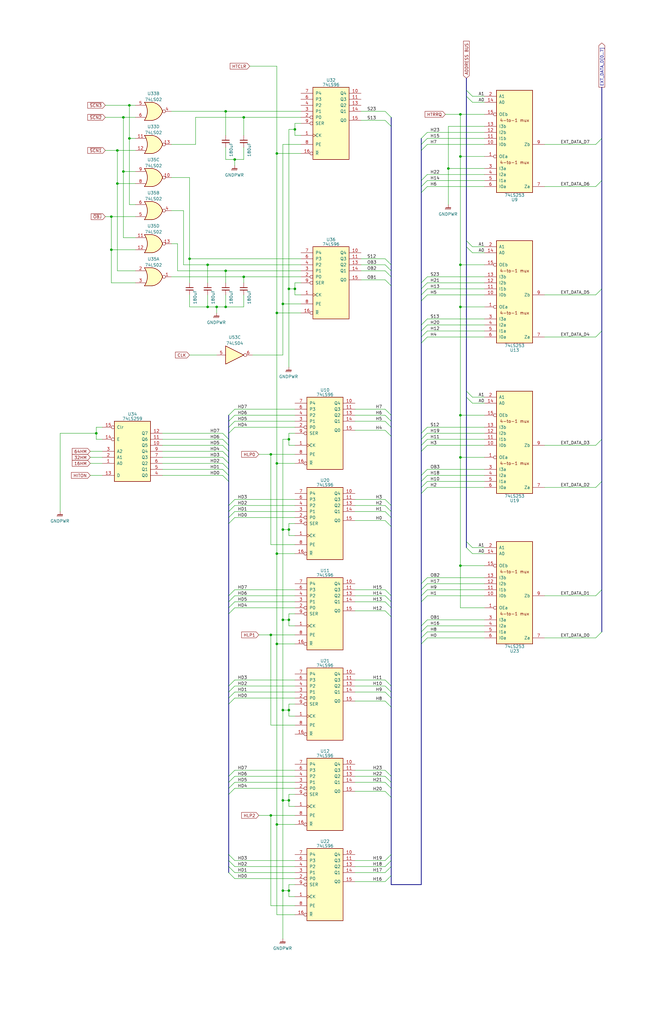
<source format=kicad_sch>
(kicad_sch (version 20230121) (generator eeschema)
  (paper "B" portrait)
  (title_block (title "TAITO SYSTEM SJ") (company "ANTON GALE") (comment 4 "Hit Bus"))
  (lib_symbols
    (symbol "Device:C_Small" (pin_numbers hide) (pin_names (offset 0.254) hide)
      (property "Reference" "C" (at 0.254 1.778 0))
      (property "Value" "C_Small" (at 0.254 -2.032 0))
      (symbol "C_Small_1_1"
        (pin passive line (at 0 2.54 270) (length 2.032) (name "~") (number "1"))
        (pin passive line (at 0 -2.54 90) (length 2.032) (name "~") (number "2"))
      )
    )
    (symbol "ag74xx:74LS96" (pin_names (offset 1.016))
      (property "Reference" "U110" (at 1.9559 18.2499 0))
      (property "Value" "74LS96" (at 1.9559 16.3289 0))
      (symbol "74LS96_1_0"
        (pin input clock (at -12.7 -5.08 0) (length 5.08) (name "CK") (number "1"))
        (pin output line (at 12.7 12.7 180) (length 5.08) (name "Q4") (number "10"))
        (pin output line (at 12.7 10.16 180) (length 5.08) (name "Q3") (number "11"))
        (pin power_in line (at 0 -20.32 90) (length 5.08) hide (name "GND") (number "12"))
        (pin output line (at 12.7 7.62 180) (length 5.08) (name "Q2") (number "13"))
        (pin output line (at 12.7 5.08 180) (length 5.08) (name "Q1") (number "14"))
        (pin output line (at 12.7 1.27 180) (length 5.08) (name "Q0") (number "15"))
        (pin input inverted (at -12.7 -12.7 0) (length 5.08) (name "~{R}") (number "16"))
        (pin input inverted (at -12.7 2.54 0) (length 5.08) (name "P0") (number "2"))
        (pin input line (at -12.7 5.08 0) (length 5.08) (name "P1") (number "3"))
        (pin input line (at -12.7 7.62 0) (length 5.08) (name "P2") (number "4"))
        (pin power_in line (at 0 20.32 270) (length 5.08) hide (name "VCC") (number "5"))
        (pin input line (at -12.7 10.16 0) (length 5.08) (name "P3") (number "6"))
        (pin input line (at -12.7 12.7 0) (length 5.08) (name "P4") (number "7"))
        (pin input line (at -12.7 -8.89 0) (length 5.08) (name "PE") (number "8"))
        (pin input inverted (at -12.7 0 0) (length 5.08) (name "SER") (number "9"))
      )
    )
    (symbol "jt74:74LS02" (pin_names (offset 1.016))
      (property "Reference" "U" (at 0 1.27 0))
      (property "Value" "74LS02" (at 0 -1.27 0))
      (symbol "74LS02_1_1"
        (pin output inverted (at 7.62 0 180) (length 3.81) (name "~") (number "1"))
        (pin input line (at -7.62 2.54 0) (length 4.318) (name "~") (number "2"))
        (pin input line (at -7.62 -2.54 0) (length 4.318) (name "~") (number "3"))
      )
      (symbol "74LS02_1_2"
        (pin output line (at 7.62 0 180) (length 3.81) (name "~") (number "1"))
        (pin input inverted (at -7.62 2.54 0) (length 3.81) (name "~") (number "2"))
        (pin input inverted (at -7.62 -2.54 0) (length 3.81) (name "~") (number "3"))
      )
      (symbol "74LS02_2_1"
        (pin output inverted (at 7.62 0 180) (length 3.81) (name "~") (number "4"))
        (pin input line (at -7.62 2.54 0) (length 4.318) (name "~") (number "5"))
        (pin input line (at -7.62 -2.54 0) (length 4.318) (name "~") (number "6"))
      )
      (symbol "74LS02_2_2"
        (pin output line (at 7.62 0 180) (length 3.81) (name "~") (number "4"))
        (pin input inverted (at -7.62 2.54 0) (length 3.81) (name "~") (number "5"))
        (pin input inverted (at -7.62 -2.54 0) (length 3.81) (name "~") (number "6"))
      )
      (symbol "74LS02_3_1"
        (pin output inverted (at 7.62 0 180) (length 3.81) (name "~") (number "10"))
        (pin input line (at -7.62 2.54 0) (length 4.318) (name "~") (number "8"))
        (pin input line (at -7.62 -2.54 0) (length 4.318) (name "~") (number "9"))
      )
      (symbol "74LS02_3_2"
        (pin output line (at 7.62 0 180) (length 3.81) (name "~") (number "10"))
        (pin input inverted (at -7.62 2.54 0) (length 3.81) (name "~") (number "8"))
        (pin input inverted (at -7.62 -2.54 0) (length 3.81) (name "~") (number "9"))
      )
      (symbol "74LS02_4_1"
        (pin input line (at -7.62 2.54 0) (length 4.318) (name "~") (number "11"))
        (pin input line (at -7.62 -2.54 0) (length 4.318) (name "~") (number "12"))
        (pin output inverted (at 7.62 0 180) (length 3.81) (name "~") (number "13"))
      )
      (symbol "74LS02_4_2"
        (pin input inverted (at -7.62 2.54 0) (length 3.81) (name "~") (number "11"))
        (pin input inverted (at -7.62 -2.54 0) (length 3.81) (name "~") (number "12"))
        (pin output line (at 7.62 0 180) (length 3.81) (name "~") (number "13"))
      )
      (symbol "74LS02_5_0"
        (pin power_in line (at 0 7.62 270) (length 5.08) hide (name "VCC") (number "14"))
        (pin power_in line (at 0 -7.62 90) (length 5.08) hide (name "VSS") (number "7"))
      )
    )
    (symbol "jt74:74LS04" (pin_names (offset 1.016))
      (property "Reference" "U" (at 0 1.27 0))
      (property "Value" "74LS04" (at 0 -1.27 0))
      (symbol "74LS04_1_0"
        (pin input line (at -7.62 0 0) (length 3.81) (name "~") (number "1"))
        (pin output inverted (at 7.62 0 180) (length 3.81) (name "~") (number "2"))
      )
      (symbol "74LS04_2_0"
        (pin input line (at -7.62 0 0) (length 3.81) (name "~") (number "3"))
        (pin output inverted (at 7.62 0 180) (length 3.81) (name "~") (number "4"))
      )
      (symbol "74LS04_3_0"
        (pin input line (at -7.62 0 0) (length 3.81) (name "~") (number "5"))
        (pin output inverted (at 7.62 0 180) (length 3.81) (name "~") (number "6"))
      )
      (symbol "74LS04_4_0"
        (pin output inverted (at 7.62 0 180) (length 3.81) (name "~") (number "8"))
        (pin input line (at -7.62 0 0) (length 3.81) (name "~") (number "9"))
      )
      (symbol "74LS04_5_0"
        (pin output inverted (at 7.62 0 180) (length 3.81) (name "~") (number "10"))
        (pin input line (at -7.62 0 0) (length 3.81) (name "~") (number "11"))
      )
      (symbol "74LS04_6_0"
        (pin output inverted (at 7.62 0 180) (length 3.81) (name "~") (number "12"))
        (pin input line (at -7.62 0 0) (length 3.81) (name "~") (number "13"))
      )
      (symbol "74LS04_7_0"
        (pin power_in line (at 0 7.62 270) (length 5.08) hide (name "VCC") (number "14"))
        (pin power_in line (at 0 -7.62 90) (length 5.08) hide (name "VSS") (number "7"))
      )
    )
    (symbol "jt74:74LS253" (pin_names (offset 1.016))
      (property "Reference" "U" (at -7.62 21.59 0))
      (property "Value" "74LS253" (at -7.62 -24.13 0))
      (symbol "74LS253_0_0"
        (text "4-to-1 mux" (at 0 -10.16 0) (effects (font (size 1.27 1.27))))
        (text "4-to-1 mux" (at 0 7.62 0) (effects (font (size 1.27 1.27))))
      )
      (symbol "74LS253_1_0"
        (pin input inverted (at -12.7 5.08 0) (length 5.08) (name "OEa") (number "1"))
        (pin input line (at -12.7 0 0) (length 5.08) (name "I0b") (number "10"))
        (pin input line (at -12.7 -2.54 0) (length 5.08) (name "I1b") (number "11"))
        (pin input line (at -12.7 -5.08 0) (length 5.08) (name "I2b") (number "12"))
        (pin input line (at -12.7 -7.62 0) (length 5.08) (name "I3b") (number "13"))
        (pin input line (at -12.7 -17.78 0) (length 5.08) (name "A0") (number "14"))
        (pin input inverted (at -12.7 -12.7 0) (length 5.08) (name "OEb") (number "15"))
        (pin power_in line (at 0 20.32 270) (length 5.08) hide (name "VCC") (number "16"))
        (pin input line (at -12.7 -20.32 0) (length 5.08) (name "A1") (number "2"))
        (pin input line (at -12.7 10.16 0) (length 5.08) (name "I3a") (number "3"))
        (pin input line (at -12.7 12.7 0) (length 5.08) (name "I2a") (number "4"))
        (pin input line (at -12.7 15.24 0) (length 5.08) (name "I1a") (number "5"))
        (pin input line (at -12.7 17.78 0) (length 5.08) (name "I0a") (number "6"))
        (pin tri_state line (at 12.7 17.78 180) (length 5.08) (name "Za") (number "7"))
        (pin power_in line (at 0 -22.86 90) (length 5.08) hide (name "VSS") (number "8"))
        (pin tri_state line (at 12.7 0 180) (length 5.08) (name "Zb") (number "9"))
      )
    )
    (symbol "jt74:74LS259" (pin_names (offset 1.016))
      (property "Reference" "U" (at -7.62 13.97 0))
      (property "Value" "74LS259" (at -7.62 -13.97 0))
      (symbol "74LS259_1_0"
        (pin input line (at -12.7 5.08 0) (length 5.08) (name "A0") (number "1"))
        (pin output line (at 12.7 -2.54 180) (length 5.08) (name "Q5") (number "10"))
        (pin output line (at 12.7 -5.08 180) (length 5.08) (name "Q6") (number "11"))
        (pin output line (at 12.7 -7.62 180) (length 5.08) (name "Q7") (number "12"))
        (pin input line (at -12.7 10.16 0) (length 5.08) (name "D") (number "13"))
        (pin input inverted (at -12.7 -5.08 0) (length 5.08) (name "E") (number "14"))
        (pin input inverted (at -12.7 -10.16 0) (length 5.08) (name "Clr") (number "15"))
        (pin power_in line (at 0 12.7 270) (length 5.08) hide (name "VCC") (number "16"))
        (pin input line (at -12.7 2.54 0) (length 5.08) (name "A1") (number "2"))
        (pin input line (at -12.7 0 0) (length 5.08) (name "A2") (number "3"))
        (pin output line (at 12.7 10.16 180) (length 5.08) (name "Q0") (number "4"))
        (pin output line (at 12.7 7.62 180) (length 5.08) (name "Q1") (number "5"))
        (pin output line (at 12.7 5.08 180) (length 5.08) (name "Q2") (number "6"))
        (pin output line (at 12.7 2.54 180) (length 5.08) (name "Q3") (number "7"))
        (pin power_in line (at 0 -12.7 90) (length 5.08) hide (name "VSS") (number "8"))
        (pin output line (at 12.7 0 180) (length 5.08) (name "Q4") (number "9"))
      )
    )
    (symbol "power:GNDPWR" (power) (pin_names (offset 0))
      (property "Value" "GNDPWR" (at 0 -3.302 0))
      (symbol "GNDPWR_1_1"
        (pin power_in line (at 0 0 270) (length 0) hide (name "GNDPWR") (number "1"))
      )
    )
  )
  (junction (at 194.31 193.04))
  (junction (at 194.31 175.26))
  (junction (at 194.31 48.26))
  (junction (at 116.84 347.98))
  (junction (at 121.92 299.72))
  (junction (at 124.46 121.92))
  (junction (at 52.07 72.39))
  (junction (at 99.06 67.31))
  (junction (at 116.84 132.08))
  (junction (at 114.3 267.97))
  (junction (at 121.92 121.92))
  (junction (at 194.31 129.54))
  (junction (at 87.63 129.54))
  (junction (at 116.84 271.78))
  (junction (at 54.61 44.45))
  (junction (at 194.31 66.04))
  (junction (at 102.87 116.84))
  (junction (at 121.92 223.52))
  (junction (at 121.92 261.62))
  (junction (at 95.25 114.3))
  (junction (at 49.53 77.47))
  (junction (at 121.92 185.42))
  (junction (at 95.25 129.54))
  (junction (at 95.25 46.99))
  (junction (at 54.61 58.42))
  (junction (at 80.01 109.22))
  (junction (at 49.53 63.5))
  (junction (at 114.3 191.77))
  (junction (at 119.38 375.92))
  (junction (at 116.84 195.58))
  (junction (at 121.92 337.82))
  (junction (at 116.84 233.68))
  (junction (at 91.44 129.54))
  (junction (at 119.38 261.62))
  (junction (at 116.84 64.77))
  (junction (at 102.87 49.53))
  (junction (at 121.92 375.92))
  (junction (at 194.31 111.76))
  (junction (at 119.38 299.72))
  (junction (at 119.38 337.82))
  (junction (at 40.64 182.88))
  (junction (at 46.99 105.41))
  (junction (at 119.38 223.52))
  (junction (at 194.31 238.76))
  (junction (at 119.38 128.27))
  (junction (at 124.46 54.61))
  (junction (at 87.63 111.76))
  (junction (at 114.3 344.17))
  (junction (at 52.07 49.53))
  (junction (at 189.23 71.12))
  (junction (at 46.99 91.44))
  (bus_entry (at 162.56 177.8) (size 2.54 2.54))
  (bus_entry (at 180.34 142.24) (size -2.54 2.54))
  (bus_entry (at 99.06 363.22) (size -2.54 -2.54))
  (bus_entry (at 93.98 182.88) (size 2.54 2.54))
  (bus_entry (at 251.46 269.24) (size 2.54 -2.54))
  (bus_entry (at 180.34 182.88) (size -2.54 2.54))
  (bus_entry (at 99.06 256.54) (size -2.54 2.54))
  (bus_entry (at 99.06 177.8) (size -2.54 2.54))
  (bus_entry (at 180.34 264.16) (size -2.54 2.54))
  (bus_entry (at 180.34 124.46) (size -2.54 2.54))
  (bus_entry (at 99.06 213.36) (size -2.54 2.54))
  (bus_entry (at 180.34 55.88) (size -2.54 2.54))
  (bus_entry (at 251.46 187.96) (size 2.54 -2.54))
  (bus_entry (at 180.34 203.2) (size -2.54 2.54))
  (bus_entry (at 180.34 116.84) (size -2.54 2.54))
  (bus_entry (at 99.06 248.92) (size -2.54 2.54))
  (bus_entry (at 196.85 231.14) (size 2.54 2.54))
  (bus_entry (at 162.56 172.72) (size 2.54 2.54))
  (bus_entry (at 251.46 251.46) (size 2.54 -2.54))
  (bus_entry (at 99.06 287.02) (size -2.54 2.54))
  (bus_entry (at 180.34 269.24) (size -2.54 2.54))
  (bus_entry (at 162.56 289.56) (size 2.54 2.54))
  (bus_entry (at 99.06 289.56) (size -2.54 2.54))
  (bus_entry (at 251.46 78.74) (size 2.54 -2.54))
  (bus_entry (at 196.85 104.14) (size 2.54 2.54))
  (bus_entry (at 196.85 167.64) (size 2.54 2.54))
  (bus_entry (at 99.06 368.3) (size -2.54 -2.54))
  (bus_entry (at 180.34 134.62) (size -2.54 2.54))
  (bus_entry (at 180.34 185.42) (size -2.54 2.54))
  (bus_entry (at 196.85 228.6) (size 2.54 2.54))
  (bus_entry (at 93.98 198.12) (size 2.54 2.54))
  (bus_entry (at 162.56 254) (size 2.54 2.54))
  (bus_entry (at 162.56 46.99) (size 2.54 2.54))
  (bus_entry (at 162.56 50.8) (size 2.54 2.54))
  (bus_entry (at 162.56 109.22) (size 2.54 2.54))
  (bus_entry (at 162.56 111.76) (size 2.54 2.54))
  (bus_entry (at 162.56 114.3) (size 2.54 2.54))
  (bus_entry (at 162.56 118.11) (size 2.54 2.54))
  (bus_entry (at 93.98 193.04) (size 2.54 2.54))
  (bus_entry (at 180.34 119.38) (size -2.54 2.54))
  (bus_entry (at 180.34 205.74) (size -2.54 2.54))
  (bus_entry (at 196.85 40.64) (size 2.54 2.54))
  (bus_entry (at 162.56 181.61) (size 2.54 2.54))
  (bus_entry (at 251.46 124.46) (size 2.54 -2.54))
  (bus_entry (at 180.34 187.96) (size -2.54 2.54))
  (bus_entry (at 251.46 205.74) (size 2.54 -2.54))
  (bus_entry (at 99.06 175.26) (size -2.54 2.54))
  (bus_entry (at 162.56 365.76) (size 2.54 -2.54))
  (bus_entry (at 162.56 330.2) (size 2.54 2.54))
  (bus_entry (at 196.85 101.6) (size 2.54 2.54))
  (bus_entry (at 99.06 180.34) (size -2.54 2.54))
  (bus_entry (at 93.98 187.96) (size 2.54 2.54))
  (bus_entry (at 93.98 200.66) (size 2.54 2.54))
  (bus_entry (at 162.56 251.46) (size 2.54 2.54))
  (bus_entry (at 162.56 215.9) (size 2.54 2.54))
  (bus_entry (at 99.06 330.2) (size -2.54 2.54))
  (bus_entry (at 180.34 76.2) (size -2.54 2.54))
  (bus_entry (at 180.34 58.42) (size -2.54 2.54))
  (bus_entry (at 180.34 139.7) (size -2.54 2.54))
  (bus_entry (at 162.56 327.66) (size 2.54 2.54))
  (bus_entry (at 99.06 254) (size -2.54 2.54))
  (bus_entry (at 162.56 257.81) (size 2.54 2.54))
  (bus_entry (at 162.56 287.02) (size 2.54 2.54))
  (bus_entry (at 180.34 180.34) (size -2.54 2.54))
  (bus_entry (at 180.34 73.66) (size -2.54 2.54))
  (bus_entry (at 180.34 78.74) (size -2.54 2.54))
  (bus_entry (at 251.46 60.96) (size 2.54 -2.54))
  (bus_entry (at 180.34 137.16) (size -2.54 2.54))
  (bus_entry (at 180.34 251.46) (size -2.54 2.54))
  (bus_entry (at 180.34 248.92) (size -2.54 2.54))
  (bus_entry (at 99.06 210.82) (size -2.54 2.54))
  (bus_entry (at 180.34 243.84) (size -2.54 2.54))
  (bus_entry (at 162.56 372.11) (size 2.54 -2.54))
  (bus_entry (at 93.98 190.5) (size 2.54 2.54))
  (bus_entry (at 162.56 368.3) (size 2.54 -2.54))
  (bus_entry (at 162.56 325.12) (size 2.54 2.54))
  (bus_entry (at 93.98 185.42) (size 2.54 2.54))
  (bus_entry (at 196.85 38.1) (size 2.54 2.54))
  (bus_entry (at 99.06 294.64) (size -2.54 2.54))
  (bus_entry (at 99.06 251.46) (size -2.54 2.54))
  (bus_entry (at 162.56 363.22) (size 2.54 -2.54))
  (bus_entry (at 180.34 200.66) (size -2.54 2.54))
  (bus_entry (at 180.34 246.38) (size -2.54 2.54))
  (bus_entry (at 93.98 195.58) (size 2.54 2.54))
  (bus_entry (at 180.34 198.12) (size -2.54 2.54))
  (bus_entry (at 196.85 165.1) (size 2.54 2.54))
  (bus_entry (at 99.06 365.76) (size -2.54 -2.54))
  (bus_entry (at 162.56 248.92) (size 2.54 2.54))
  (bus_entry (at 180.34 261.62) (size -2.54 2.54))
  (bus_entry (at 180.34 266.7) (size -2.54 2.54))
  (bus_entry (at 180.34 121.92) (size -2.54 2.54))
  (bus_entry (at 99.06 215.9) (size -2.54 2.54))
  (bus_entry (at 162.56 295.91) (size 2.54 2.54))
  (bus_entry (at 99.06 325.12) (size -2.54 2.54))
  (bus_entry (at 99.06 218.44) (size -2.54 2.54))
  (bus_entry (at 162.56 210.82) (size 2.54 2.54))
  (bus_entry (at 162.56 219.71) (size 2.54 2.54))
  (bus_entry (at 251.46 142.24) (size 2.54 -2.54))
  (bus_entry (at 99.06 292.1) (size -2.54 2.54))
  (bus_entry (at 162.56 175.26) (size 2.54 2.54))
  (bus_entry (at 162.56 213.36) (size 2.54 2.54))
  (bus_entry (at 99.06 332.74) (size -2.54 2.54))
  (bus_entry (at 99.06 172.72) (size -2.54 2.54))
  (bus_entry (at 162.56 334.01) (size 2.54 2.54))
  (bus_entry (at 99.06 327.66) (size -2.54 2.54))
  (bus_entry (at 180.34 60.96) (size -2.54 2.54))
  (bus_entry (at 99.06 370.84) (size -2.54 -2.54))
  (bus_entry (at 162.56 292.1) (size 2.54 2.54))
  (bus (pts (xy 254 139.7) (xy 254 185.42)))
  (wire (pts (xy 229.87 78.74) (xy 251.46 78.74)))
  (wire (pts (xy 44.45 91.44) (xy 46.99 91.44)))
  (bus (pts (xy 165.1 180.34) (xy 165.1 184.15)))
  (wire (pts (xy 119.38 128.27) (xy 119.38 149.86)))
  (bus (pts (xy 196.85 33.02) (xy 196.85 38.1)))
  (wire (pts (xy 199.39 231.14) (xy 204.47 231.14)))
  (wire (pts (xy 162.56 210.82) (xy 149.86 210.82)))
  (wire (pts (xy 99.06 218.44) (xy 124.46 218.44)))
  (wire (pts (xy 162.56 251.46) (xy 149.86 251.46)))
  (wire (pts (xy 93.98 187.96) (xy 68.58 187.96)))
  (wire (pts (xy 199.39 106.68) (xy 204.47 106.68)))
  (bus (pts (xy 96.52 332.74) (xy 96.52 335.28)))
  (wire (pts (xy 194.31 111.76) (xy 204.47 111.76)))
  (bus (pts (xy 177.8 60.96) (xy 177.8 63.5)))
  (wire (pts (xy 116.84 271.78) (xy 124.46 271.78)))
  (bus (pts (xy 177.8 248.92) (xy 177.8 251.46)))
  (bus (pts (xy 165.1 373.38) (xy 177.8 373.38)))
  (bus (pts (xy 177.8 63.5) (xy 177.8 76.2)))
  (wire (pts (xy 121.92 340.36) (xy 124.46 340.36)))
  (wire (pts (xy 121.92 264.16) (xy 124.46 264.16)))
  (wire (pts (xy 162.56 254) (xy 149.86 254)))
  (bus (pts (xy 177.8 182.88) (xy 177.8 185.42)))
  (wire (pts (xy 121.92 220.98) (xy 121.92 223.52)))
  (bus (pts (xy 177.8 121.92) (xy 177.8 124.46)))
  (wire (pts (xy 180.34 60.96) (xy 204.47 60.96)))
  (wire (pts (xy 162.56 175.26) (xy 149.86 175.26)))
  (bus (pts (xy 165.1 365.76) (xy 165.1 369.57)))
  (wire (pts (xy 116.84 233.68) (xy 116.84 271.78)))
  (wire (pts (xy 229.87 142.24) (xy 251.46 142.24)))
  (wire (pts (xy 109.22 267.97) (xy 114.3 267.97)))
  (wire (pts (xy 25.4 182.88) (xy 25.4 215.9)))
  (wire (pts (xy 162.56 257.81) (xy 149.86 257.81)))
  (wire (pts (xy 38.1 200.66) (xy 43.18 200.66)))
  (wire (pts (xy 162.56 368.3) (xy 149.86 368.3)))
  (bus (pts (xy 165.1 327.66) (xy 165.1 330.2)))
  (wire (pts (xy 180.34 137.16) (xy 204.47 137.16)))
  (wire (pts (xy 72.39 88.9) (xy 77.47 88.9)))
  (wire (pts (xy 116.84 195.58) (xy 124.46 195.58)))
  (wire (pts (xy 180.34 180.34) (xy 204.47 180.34)))
  (bus (pts (xy 96.52 327.66) (xy 96.52 330.2)))
  (wire (pts (xy 121.92 121.92) (xy 121.92 154.94)))
  (wire (pts (xy 54.61 44.45) (xy 57.15 44.45)))
  (bus (pts (xy 177.8 269.24) (xy 177.8 271.78)))
  (bus (pts (xy 165.1 49.53) (xy 165.1 53.34)))
  (wire (pts (xy 124.46 182.88) (xy 121.92 182.88)))
  (wire (pts (xy 99.06 67.31) (xy 99.06 69.85)))
  (bus (pts (xy 96.52 292.1) (xy 96.52 294.64)))
  (wire (pts (xy 119.38 337.82) (xy 121.92 337.82)))
  (bus (pts (xy 96.52 297.18) (xy 96.52 327.66)))
  (bus (pts (xy 165.1 177.8) (xy 165.1 180.34)))
  (bus (pts (xy 165.1 213.36) (xy 165.1 215.9)))
  (wire (pts (xy 121.92 121.92) (xy 124.46 121.92)))
  (wire (pts (xy 162.56 327.66) (xy 149.86 327.66)))
  (wire (pts (xy 72.39 74.93) (xy 80.01 74.93)))
  (wire (pts (xy 116.84 64.77) (xy 116.84 132.08)))
  (bus (pts (xy 165.1 292.1) (xy 165.1 294.64)))
  (bus (pts (xy 96.52 213.36) (xy 96.52 215.9)))
  (bus (pts (xy 177.8 271.78) (xy 177.8 373.38)))
  (wire (pts (xy 77.47 88.9) (xy 77.47 111.76)))
  (bus (pts (xy 165.1 53.34) (xy 165.1 111.76)))
  (wire (pts (xy 189.23 71.12) (xy 204.47 71.12)))
  (wire (pts (xy 119.38 185.42) (xy 119.38 223.52)))
  (wire (pts (xy 124.46 54.61) (xy 124.46 57.15)))
  (wire (pts (xy 25.4 182.88) (xy 40.64 182.88)))
  (wire (pts (xy 229.87 205.74) (xy 251.46 205.74)))
  (bus (pts (xy 177.8 264.16) (xy 177.8 266.7)))
  (bus (pts (xy 196.85 38.1) (xy 196.85 40.64)))
  (wire (pts (xy 99.06 175.26) (xy 124.46 175.26)))
  (bus (pts (xy 177.8 78.74) (xy 177.8 81.28)))
  (wire (pts (xy 74.93 102.87) (xy 74.93 114.3)))
  (wire (pts (xy 194.31 175.26) (xy 204.47 175.26)))
  (bus (pts (xy 96.52 256.54) (xy 96.52 259.08)))
  (bus (pts (xy 165.1 363.22) (xy 165.1 360.68)))
  (bus (pts (xy 177.8 190.5) (xy 177.8 200.66)))
  (bus (pts (xy 196.85 104.14) (xy 196.85 165.1)))
  (bus (pts (xy 196.85 165.1) (xy 196.85 167.64)))
  (wire (pts (xy 87.63 111.76) (xy 87.63 119.38)))
  (wire (pts (xy 121.92 223.52) (xy 121.92 226.06)))
  (wire (pts (xy 180.34 269.24) (xy 204.47 269.24)))
  (bus (pts (xy 165.1 111.76) (xy 165.1 114.3)))
  (wire (pts (xy 99.06 294.64) (xy 124.46 294.64)))
  (wire (pts (xy 127 60.96) (xy 119.38 60.96)))
  (bus (pts (xy 177.8 246.38) (xy 177.8 248.92)))
  (bus (pts (xy 177.8 185.42) (xy 177.8 187.96)))
  (wire (pts (xy 102.87 116.84) (xy 127 116.84)))
  (wire (pts (xy 116.84 64.77) (xy 127 64.77)))
  (wire (pts (xy 114.3 382.27) (xy 124.46 382.27)))
  (wire (pts (xy 44.45 44.45) (xy 54.61 44.45)))
  (wire (pts (xy 99.06 370.84) (xy 124.46 370.84)))
  (wire (pts (xy 119.38 128.27) (xy 127 128.27)))
  (wire (pts (xy 99.06 215.9) (xy 124.46 215.9)))
  (wire (pts (xy 116.84 27.94) (xy 116.84 64.77)))
  (bus (pts (xy 165.1 294.64) (xy 165.1 298.45)))
  (bus (pts (xy 254 121.92) (xy 254 139.7)))
  (wire (pts (xy 99.06 172.72) (xy 124.46 172.72)))
  (wire (pts (xy 121.92 182.88) (xy 121.92 185.42)))
  (bus (pts (xy 177.8 200.66) (xy 177.8 203.2)))
  (wire (pts (xy 46.99 119.38) (xy 57.15 119.38)))
  (wire (pts (xy 152.4 118.11) (xy 162.56 118.11)))
  (wire (pts (xy 44.45 63.5) (xy 49.53 63.5)))
  (bus (pts (xy 196.85 101.6) (xy 196.85 104.14)))
  (wire (pts (xy 180.34 73.66) (xy 204.47 73.66)))
  (wire (pts (xy 194.31 66.04) (xy 194.31 111.76)))
  (wire (pts (xy 152.4 46.99) (xy 162.56 46.99)))
  (bus (pts (xy 177.8 203.2) (xy 177.8 205.74)))
  (wire (pts (xy 38.1 193.04) (xy 43.18 193.04)))
  (bus (pts (xy 177.8 139.7) (xy 177.8 142.24)))
  (wire (pts (xy 72.39 116.84) (xy 102.87 116.84)))
  (wire (pts (xy 93.98 182.88) (xy 68.58 182.88)))
  (wire (pts (xy 119.38 261.62) (xy 119.38 299.72)))
  (wire (pts (xy 119.38 375.92) (xy 121.92 375.92)))
  (bus (pts (xy 165.1 289.56) (xy 165.1 292.1)))
  (wire (pts (xy 95.25 46.99) (xy 127 46.99)))
  (wire (pts (xy 54.61 58.42) (xy 57.15 58.42)))
  (wire (pts (xy 119.38 223.52) (xy 119.38 261.62)))
  (wire (pts (xy 80.01 109.22) (xy 127 109.22)))
  (bus (pts (xy 196.85 228.6) (xy 196.85 231.14)))
  (bus (pts (xy 96.52 360.68) (xy 96.52 363.22)))
  (wire (pts (xy 116.84 271.78) (xy 116.84 347.98)))
  (bus (pts (xy 96.52 215.9) (xy 96.52 218.44)))
  (wire (pts (xy 49.53 63.5) (xy 49.53 77.47)))
  (wire (pts (xy 87.63 111.76) (xy 127 111.76)))
  (wire (pts (xy 109.22 344.17) (xy 114.3 344.17)))
  (wire (pts (xy 124.46 119.38) (xy 124.46 121.92)))
  (wire (pts (xy 99.06 330.2) (xy 124.46 330.2)))
  (bus (pts (xy 177.8 81.28) (xy 177.8 119.38)))
  (bus (pts (xy 177.8 127) (xy 177.8 137.16)))
  (wire (pts (xy 124.46 259.08) (xy 121.92 259.08)))
  (bus (pts (xy 196.85 167.64) (xy 196.85 228.6)))
  (wire (pts (xy 124.46 335.28) (xy 121.92 335.28)))
  (wire (pts (xy 49.53 63.5) (xy 57.15 63.5)))
  (wire (pts (xy 180.34 246.38) (xy 204.47 246.38)))
  (wire (pts (xy 99.06 248.92) (xy 124.46 248.92)))
  (wire (pts (xy 102.87 49.53) (xy 102.87 57.15)))
  (wire (pts (xy 229.87 60.96) (xy 251.46 60.96)))
  (wire (pts (xy 180.34 58.42) (xy 204.47 58.42)))
  (wire (pts (xy 99.06 365.76) (xy 124.46 365.76)))
  (wire (pts (xy 99.06 256.54) (xy 124.46 256.54)))
  (wire (pts (xy 116.84 347.98) (xy 116.84 386.08)))
  (wire (pts (xy 114.3 344.17) (xy 124.46 344.17)))
  (wire (pts (xy 114.3 191.77) (xy 124.46 191.77)))
  (bus (pts (xy 177.8 205.74) (xy 177.8 208.28)))
  (wire (pts (xy 54.61 86.36) (xy 57.15 86.36)))
  (wire (pts (xy 54.61 58.42) (xy 54.61 86.36)))
  (wire (pts (xy 121.92 373.38) (xy 121.92 375.92)))
  (wire (pts (xy 52.07 49.53) (xy 52.07 72.39)))
  (bus (pts (xy 177.8 58.42) (xy 177.8 60.96)))
  (wire (pts (xy 127 52.07) (xy 124.46 52.07)))
  (bus (pts (xy 165.1 251.46) (xy 165.1 254)))
  (wire (pts (xy 95.25 67.31) (xy 99.06 67.31)))
  (bus (pts (xy 96.52 180.34) (xy 96.52 182.88)))
  (wire (pts (xy 95.25 62.23) (xy 95.25 67.31)))
  (wire (pts (xy 121.92 259.08) (xy 121.92 261.62)))
  (wire (pts (xy 80.01 124.46) (xy 80.01 129.54)))
  (wire (pts (xy 105.41 27.94) (xy 116.84 27.94)))
  (wire (pts (xy 99.06 287.02) (xy 124.46 287.02)))
  (wire (pts (xy 93.98 195.58) (xy 68.58 195.58)))
  (wire (pts (xy 121.92 335.28) (xy 121.92 337.82)))
  (wire (pts (xy 162.56 172.72) (xy 149.86 172.72)))
  (wire (pts (xy 180.34 119.38) (xy 204.47 119.38)))
  (bus (pts (xy 165.1 222.25) (xy 165.1 251.46)))
  (wire (pts (xy 204.47 66.04) (xy 194.31 66.04)))
  (bus (pts (xy 96.52 259.08) (xy 96.52 289.56)))
  (wire (pts (xy 180.34 243.84) (xy 204.47 243.84)))
  (wire (pts (xy 180.34 76.2) (xy 204.47 76.2)))
  (bus (pts (xy 177.8 119.38) (xy 177.8 121.92)))
  (bus (pts (xy 96.52 335.28) (xy 96.52 360.68)))
  (wire (pts (xy 229.87 251.46) (xy 251.46 251.46)))
  (bus (pts (xy 96.52 254) (xy 96.52 256.54)))
  (wire (pts (xy 121.92 185.42) (xy 121.92 187.96)))
  (wire (pts (xy 40.64 182.88) (xy 40.64 185.42)))
  (bus (pts (xy 177.8 124.46) (xy 177.8 127)))
  (wire (pts (xy 229.87 269.24) (xy 251.46 269.24)))
  (bus (pts (xy 96.52 195.58) (xy 96.52 198.12)))
  (wire (pts (xy 91.44 129.54) (xy 95.25 129.54)))
  (bus (pts (xy 177.8 144.78) (xy 177.8 182.88)))
  (bus (pts (xy 254 58.42) (xy 254 76.2)))
  (bus (pts (xy 254 248.92) (xy 254 266.7)))
  (wire (pts (xy 99.06 177.8) (xy 124.46 177.8)))
  (wire (pts (xy 77.47 111.76) (xy 87.63 111.76)))
  (wire (pts (xy 102.87 62.23) (xy 102.87 67.31)))
  (wire (pts (xy 38.1 190.5) (xy 43.18 190.5)))
  (wire (pts (xy 121.92 378.46) (xy 124.46 378.46)))
  (bus (pts (xy 96.52 182.88) (xy 96.52 185.42)))
  (wire (pts (xy 99.06 327.66) (xy 124.46 327.66)))
  (bus (pts (xy 96.52 363.22) (xy 96.52 365.76)))
  (wire (pts (xy 194.31 129.54) (xy 194.31 175.26)))
  (wire (pts (xy 49.53 77.47) (xy 57.15 77.47)))
  (wire (pts (xy 114.3 229.87) (xy 114.3 191.77)))
  (bus (pts (xy 165.1 114.3) (xy 165.1 116.84)))
  (wire (pts (xy 93.98 193.04) (xy 68.58 193.04)))
  (wire (pts (xy 204.47 256.54) (xy 194.31 256.54)))
  (wire (pts (xy 194.31 238.76) (xy 204.47 238.76)))
  (wire (pts (xy 40.64 180.34) (xy 40.64 182.88)))
  (wire (pts (xy 114.3 267.97) (xy 124.46 267.97)))
  (wire (pts (xy 119.38 337.82) (xy 119.38 375.92)))
  (wire (pts (xy 93.98 200.66) (xy 68.58 200.66)))
  (bus (pts (xy 96.52 294.64) (xy 96.52 297.18)))
  (wire (pts (xy 119.38 299.72) (xy 121.92 299.72)))
  (wire (pts (xy 46.99 105.41) (xy 57.15 105.41)))
  (wire (pts (xy 189.23 71.12) (xy 189.23 86.36)))
  (wire (pts (xy 99.06 332.74) (xy 124.46 332.74)))
  (wire (pts (xy 199.39 43.18) (xy 204.47 43.18)))
  (wire (pts (xy 82.55 60.96) (xy 72.39 60.96)))
  (wire (pts (xy 93.98 198.12) (xy 68.58 198.12)))
  (wire (pts (xy 180.34 261.62) (xy 204.47 261.62)))
  (wire (pts (xy 162.56 287.02) (xy 149.86 287.02)))
  (wire (pts (xy 180.34 200.66) (xy 204.47 200.66)))
  (bus (pts (xy 165.1 332.74) (xy 165.1 336.55)))
  (wire (pts (xy 162.56 365.76) (xy 149.86 365.76)))
  (bus (pts (xy 254 185.42) (xy 254 203.2)))
  (bus (pts (xy 96.52 330.2) (xy 96.52 332.74)))
  (wire (pts (xy 124.46 297.18) (xy 121.92 297.18)))
  (wire (pts (xy 127 132.08) (xy 116.84 132.08)))
  (wire (pts (xy 229.87 187.96) (xy 251.46 187.96)))
  (bus (pts (xy 96.52 190.5) (xy 96.52 193.04)))
  (wire (pts (xy 180.34 266.7) (xy 204.47 266.7)))
  (bus (pts (xy 96.52 187.96) (xy 96.52 190.5)))
  (bus (pts (xy 177.8 137.16) (xy 177.8 139.7)))
  (bus (pts (xy 254 36.83) (xy 254 58.42)))
  (wire (pts (xy 116.84 347.98) (xy 124.46 347.98)))
  (bus (pts (xy 177.8 251.46) (xy 177.8 254)))
  (wire (pts (xy 80.01 149.86) (xy 91.44 149.86)))
  (wire (pts (xy 180.34 121.92) (xy 204.47 121.92)))
  (wire (pts (xy 114.3 306.07) (xy 124.46 306.07)))
  (wire (pts (xy 93.98 190.5) (xy 68.58 190.5)))
  (wire (pts (xy 180.34 251.46) (xy 204.47 251.46)))
  (wire (pts (xy 199.39 104.14) (xy 204.47 104.14)))
  (wire (pts (xy 52.07 100.33) (xy 57.15 100.33)))
  (wire (pts (xy 87.63 124.46) (xy 87.63 129.54)))
  (bus (pts (xy 196.85 40.64) (xy 196.85 101.6)))
  (wire (pts (xy 80.01 109.22) (xy 80.01 119.38)))
  (bus (pts (xy 165.1 120.65) (xy 165.1 175.26)))
  (wire (pts (xy 162.56 372.11) (xy 149.86 372.11)))
  (wire (pts (xy 194.31 129.54) (xy 194.31 111.76)))
  (wire (pts (xy 52.07 72.39) (xy 52.07 100.33)))
  (wire (pts (xy 180.34 182.88) (xy 204.47 182.88)))
  (wire (pts (xy 119.38 223.52) (xy 121.92 223.52)))
  (bus (pts (xy 96.52 185.42) (xy 96.52 187.96)))
  (wire (pts (xy 99.06 325.12) (xy 124.46 325.12)))
  (wire (pts (xy 180.34 203.2) (xy 204.47 203.2)))
  (wire (pts (xy 93.98 185.42) (xy 68.58 185.42)))
  (bus (pts (xy 165.1 175.26) (xy 165.1 177.8)))
  (wire (pts (xy 95.25 114.3) (xy 95.25 119.38)))
  (wire (pts (xy 116.84 132.08) (xy 116.84 195.58)))
  (wire (pts (xy 43.18 180.34) (xy 40.64 180.34)))
  (wire (pts (xy 82.55 49.53) (xy 82.55 60.96)))
  (wire (pts (xy 40.64 185.42) (xy 43.18 185.42)))
  (wire (pts (xy 180.34 124.46) (xy 204.47 124.46)))
  (bus (pts (xy 177.8 208.28) (xy 177.8 246.38)))
  (wire (pts (xy 99.06 251.46) (xy 124.46 251.46)))
  (wire (pts (xy 152.4 50.8) (xy 162.56 50.8)))
  (wire (pts (xy 152.4 114.3) (xy 162.56 114.3)))
  (wire (pts (xy 95.25 46.99) (xy 95.25 57.15)))
  (bus (pts (xy 165.1 330.2) (xy 165.1 332.74)))
  (bus (pts (xy 165.1 218.44) (xy 165.1 222.25)))
  (wire (pts (xy 194.31 66.04) (xy 194.31 48.26)))
  (bus (pts (xy 177.8 76.2) (xy 177.8 78.74)))
  (wire (pts (xy 199.39 40.64) (xy 204.47 40.64)))
  (wire (pts (xy 162.56 248.92) (xy 149.86 248.92)))
  (wire (pts (xy 119.38 185.42) (xy 121.92 185.42)))
  (bus (pts (xy 165.1 336.55) (xy 165.1 360.68)))
  (wire (pts (xy 180.34 139.7) (xy 204.47 139.7)))
  (wire (pts (xy 162.56 292.1) (xy 149.86 292.1)))
  (wire (pts (xy 124.46 121.92) (xy 124.46 124.46)))
  (wire (pts (xy 54.61 44.45) (xy 54.61 58.42)))
  (bus (pts (xy 165.1 215.9) (xy 165.1 218.44)))
  (wire (pts (xy 180.34 134.62) (xy 204.47 134.62)))
  (wire (pts (xy 180.34 198.12) (xy 204.47 198.12)))
  (wire (pts (xy 162.56 213.36) (xy 149.86 213.36)))
  (bus (pts (xy 96.52 198.12) (xy 96.52 200.66)))
  (wire (pts (xy 102.87 124.46) (xy 102.87 129.54)))
  (wire (pts (xy 80.01 74.93) (xy 80.01 109.22)))
  (wire (pts (xy 162.56 295.91) (xy 149.86 295.91)))
  (wire (pts (xy 187.96 48.26) (xy 194.31 48.26)))
  (wire (pts (xy 74.93 114.3) (xy 95.25 114.3)))
  (wire (pts (xy 119.38 60.96) (xy 119.38 128.27)))
  (wire (pts (xy 121.92 226.06) (xy 124.46 226.06)))
  (wire (pts (xy 162.56 215.9) (xy 149.86 215.9)))
  (wire (pts (xy 99.06 363.22) (xy 124.46 363.22)))
  (bus (pts (xy 254 76.2) (xy 254 121.92)))
  (wire (pts (xy 102.87 116.84) (xy 102.87 119.38)))
  (bus (pts (xy 96.52 251.46) (xy 96.52 254)))
  (wire (pts (xy 189.23 53.34) (xy 204.47 53.34)))
  (wire (pts (xy 199.39 233.68) (xy 204.47 233.68)))
  (bus (pts (xy 96.52 193.04) (xy 96.52 195.58)))
  (bus (pts (xy 96.52 200.66) (xy 96.52 203.2)))
  (wire (pts (xy 119.38 299.72) (xy 119.38 337.82)))
  (wire (pts (xy 162.56 181.61) (xy 149.86 181.61)))
  (wire (pts (xy 121.92 54.61) (xy 121.92 121.92)))
  (wire (pts (xy 180.34 248.92) (xy 204.47 248.92)))
  (wire (pts (xy 127 119.38) (xy 124.46 119.38)))
  (wire (pts (xy 119.38 375.92) (xy 119.38 396.24)))
  (wire (pts (xy 194.31 256.54) (xy 194.31 238.76)))
  (wire (pts (xy 180.34 116.84) (xy 204.47 116.84)))
  (bus (pts (xy 177.8 187.96) (xy 177.8 190.5)))
  (wire (pts (xy 121.92 299.72) (xy 121.92 302.26)))
  (wire (pts (xy 99.06 180.34) (xy 124.46 180.34)))
  (wire (pts (xy 80.01 129.54) (xy 87.63 129.54)))
  (wire (pts (xy 46.99 91.44) (xy 46.99 105.41)))
  (wire (pts (xy 180.34 187.96) (xy 204.47 187.96)))
  (wire (pts (xy 116.84 195.58) (xy 116.84 233.68)))
  (bus (pts (xy 96.52 218.44) (xy 96.52 220.98)))
  (wire (pts (xy 124.46 373.38) (xy 121.92 373.38)))
  (wire (pts (xy 204.47 193.04) (xy 194.31 193.04)))
  (bus (pts (xy 177.8 142.24) (xy 177.8 144.78)))
  (wire (pts (xy 124.46 52.07) (xy 124.46 54.61)))
  (wire (pts (xy 162.56 177.8) (xy 149.86 177.8)))
  (wire (pts (xy 52.07 72.39) (xy 57.15 72.39)))
  (bus (pts (xy 177.8 254) (xy 177.8 264.16)))
  (bus (pts (xy 254 203.2) (xy 254 248.92)))
  (wire (pts (xy 121.92 375.92) (xy 121.92 378.46)))
  (wire (pts (xy 180.34 78.74) (xy 204.47 78.74)))
  (wire (pts (xy 194.31 193.04) (xy 194.31 175.26)))
  (wire (pts (xy 189.23 53.34) (xy 189.23 71.12)))
  (wire (pts (xy 114.3 229.87) (xy 124.46 229.87)))
  (bus (pts (xy 165.1 363.22) (xy 165.1 365.76)))
  (wire (pts (xy 162.56 363.22) (xy 149.86 363.22)))
  (wire (pts (xy 124.46 57.15) (xy 127 57.15)))
  (wire (pts (xy 46.99 91.44) (xy 57.15 91.44)))
  (wire (pts (xy 162.56 289.56) (xy 149.86 289.56)))
  (bus (pts (xy 96.52 289.56) (xy 96.52 292.1)))
  (bus (pts (xy 96.52 220.98) (xy 96.52 251.46)))
  (wire (pts (xy 180.34 55.88) (xy 204.47 55.88)))
  (wire (pts (xy 162.56 219.71) (xy 149.86 219.71)))
  (wire (pts (xy 124.46 124.46) (xy 127 124.46)))
  (wire (pts (xy 99.06 368.3) (xy 124.46 368.3)))
  (bus (pts (xy 96.52 175.26) (xy 96.52 177.8)))
  (wire (pts (xy 194.31 193.04) (xy 194.31 238.76)))
  (bus (pts (xy 165.1 254) (xy 165.1 256.54)))
  (bus (pts (xy 165.1 260.35) (xy 165.1 289.56)))
  (wire (pts (xy 95.25 114.3) (xy 127 114.3)))
  (wire (pts (xy 99.06 254) (xy 124.46 254)))
  (wire (pts (xy 99.06 213.36) (xy 124.46 213.36)))
  (bus (pts (xy 96.52 177.8) (xy 96.52 180.34)))
  (wire (pts (xy 121.92 297.18) (xy 121.92 299.72)))
  (wire (pts (xy 162.56 334.01) (xy 149.86 334.01)))
  (bus (pts (xy 165.1 184.15) (xy 165.1 213.36)))
  (bus (pts (xy 165.1 116.84) (xy 165.1 120.65)))
  (wire (pts (xy 152.4 109.22) (xy 162.56 109.22)))
  (wire (pts (xy 82.55 49.53) (xy 102.87 49.53)))
  (wire (pts (xy 52.07 49.53) (xy 57.15 49.53)))
  (bus (pts (xy 96.52 203.2) (xy 96.52 213.36)))
  (bus (pts (xy 177.8 266.7) (xy 177.8 269.24)))
  (bus (pts (xy 165.1 298.45) (xy 165.1 327.66)))
  (wire (pts (xy 152.4 111.76) (xy 162.56 111.76)))
  (wire (pts (xy 162.56 325.12) (xy 149.86 325.12)))
  (wire (pts (xy 121.92 261.62) (xy 121.92 264.16)))
  (bus (pts (xy 165.1 369.57) (xy 165.1 373.38)))
  (wire (pts (xy 46.99 105.41) (xy 46.99 119.38)))
  (wire (pts (xy 49.53 77.47) (xy 49.53 114.3)))
  (wire (pts (xy 229.87 124.46) (xy 251.46 124.46)))
  (wire (pts (xy 127 49.53) (xy 102.87 49.53)))
  (wire (pts (xy 121.92 302.26) (xy 124.46 302.26)))
  (wire (pts (xy 180.34 205.74) (xy 204.47 205.74)))
  (bus (pts (xy 96.52 365.76) (xy 96.52 368.3)))
  (wire (pts (xy 72.39 46.99) (xy 95.25 46.99)))
  (wire (pts (xy 87.63 129.54) (xy 91.44 129.54)))
  (wire (pts (xy 116.84 386.08) (xy 124.46 386.08)))
  (wire (pts (xy 121.92 337.82) (xy 121.92 340.36)))
  (wire (pts (xy 38.1 195.58) (xy 43.18 195.58)))
  (wire (pts (xy 99.06 289.56) (xy 124.46 289.56)))
  (wire (pts (xy 180.34 264.16) (xy 204.47 264.16)))
  (wire (pts (xy 99.06 67.31) (xy 102.87 67.31)))
  (wire (pts (xy 199.39 167.64) (xy 204.47 167.64)))
  (wire (pts (xy 95.25 124.46) (xy 95.25 129.54)))
  (wire (pts (xy 121.92 187.96) (xy 124.46 187.96)))
  (wire (pts (xy 49.53 114.3) (xy 57.15 114.3)))
  (wire (pts (xy 91.44 129.54) (xy 91.44 132.08)))
  (wire (pts (xy 114.3 382.27) (xy 114.3 344.17)))
  (wire (pts (xy 99.06 210.82) (xy 124.46 210.82)))
  (wire (pts (xy 121.92 54.61) (xy 124.46 54.61)))
  (wire (pts (xy 124.46 220.98) (xy 121.92 220.98)))
  (bus (pts (xy 165.1 256.54) (xy 165.1 260.35)))
  (wire (pts (xy 119.38 261.62) (xy 121.92 261.62)))
  (wire (pts (xy 99.06 292.1) (xy 124.46 292.1)))
  (wire (pts (xy 199.39 170.18) (xy 204.47 170.18)))
  (wire (pts (xy 109.22 191.77) (xy 114.3 191.77)))
  (wire (pts (xy 44.45 49.53) (xy 52.07 49.53)))
  (wire (pts (xy 204.47 129.54) (xy 194.31 129.54)))
  (wire (pts (xy 180.34 142.24) (xy 204.47 142.24)))
  (wire (pts (xy 72.39 102.87) (xy 74.93 102.87)))
  (wire (pts (xy 180.34 185.42) (xy 204.47 185.42)))
  (wire (pts (xy 114.3 306.07) (xy 114.3 267.97)))
  (wire (pts (xy 116.84 233.68) (xy 124.46 233.68)))
  (wire (pts (xy 95.25 129.54) (xy 102.87 129.54)))
  (wire (pts (xy 194.31 48.26) (xy 204.47 48.26)))
  (wire (pts (xy 162.56 330.2) (xy 149.86 330.2)))
  (wire (pts (xy 106.68 149.86) (xy 119.38 149.86)))
  (label "EXT_DATA_D4" (at 248.92 142.24 180))
  (label "H13" (at 181.61 121.92 0))
  (label "S23" (at 181.61 116.84 0))
  (label "HD3" (at 100.33 363.22 0))
  (label "A0" (at 201.93 170.18 0))
  (label "EXT_DATA_D5" (at 248.92 124.46 180))
  (label "HD6" (at 100.33 251.46 0))
  (label "H11" (at 161.29 287.02 180))
  (label "H5" (at 181.61 124.46 0))
  (label "HD0" (at 100.33 218.44 0))
  (label "S13" (at 154.94 50.8 0))
  (label "HD6" (at 92.71 185.42 180))
  (label "S13" (at 181.61 134.62 0))
  (label "HD3" (at 100.33 210.82 0))
  (label "H14" (at 181.61 76.2 0))
  (label "HD7" (at 100.33 248.92 0))
  (label "A1" (at 201.93 231.14 0))
  (label "H1" (at 161.29 215.9 180))
  (label "H10" (at 161.29 289.56 180))
  (label "HD4" (at 100.33 180.34 0))
  (label "H12" (at 181.61 139.7 0))
  (label "H21" (at 161.29 330.2 180))
  (label "H4" (at 161.29 181.61 180))
  (label "H4" (at 181.61 142.24 0))
  (label "H7" (at 181.61 60.96 0))
  (label "A1" (at 201.93 40.64 0))
  (label "HD5" (at 92.71 187.96 180))
  (label "H7" (at 161.29 172.72 180))
  (label "H5" (at 161.29 177.8 180))
  (label "H19" (at 161.29 363.22 180))
  (label "H2" (at 161.29 213.36 180))
  (label "A0" (at 201.93 106.68 0))
  (label "HD7" (at 100.33 172.72 0))
  (label "H18" (at 161.29 365.76 180))
  (label "S12" (at 154.94 109.22 0))
  (label "H13" (at 161.29 254 180))
  (label "H20" (at 181.61 137.16 0))
  (label "HD0" (at 100.33 294.64 0))
  (label "HD0" (at 92.71 200.66 180))
  (label "H22" (at 161.29 327.66 180))
  (label "A1" (at 201.93 104.14 0))
  (label "H19" (at 181.61 182.88 0))
  (label "HD4" (at 100.33 256.54 0))
  (label "HD6" (at 100.33 175.26 0))
  (label "OB3" (at 154.94 111.76 0))
  (label "H3" (at 161.29 210.82 180))
  (label "EXT_DATA_D0" (at 248.92 269.24 180))
  (label "HD3" (at 92.71 193.04 180))
  (label "H16" (at 181.61 264.16 0))
  (label "HD1" (at 100.33 368.3 0))
  (label "HD5" (at 100.33 254 0))
  (label "OB2" (at 154.94 114.3 0))
  (label "H18" (at 181.61 200.66 0))
  (label "HD1" (at 100.33 215.9 0))
  (label "HD4" (at 100.33 332.74 0))
  (label "HD0" (at 100.33 370.84 0))
  (label "H12" (at 161.29 257.81 180))
  (label "H9" (at 181.61 248.92 0))
  (label "H22" (at 181.61 73.66 0))
  (label "H15" (at 161.29 248.92 180))
  (label "H17" (at 181.61 246.38 0))
  (label "H3" (at 181.61 187.96 0))
  (label "H8" (at 161.29 295.91 180))
  (label "H1" (at 181.61 251.46 0))
  (label "EXT_DATA_D2" (at 248.92 205.74 180))
  (label "EXT_DATA_D1" (at 248.92 251.46 180))
  (label "EXT_DATA_D3" (at 248.92 187.96 180))
  (label "HD2" (at 92.71 195.58 180))
  (label "HD3" (at 100.33 287.02 0))
  (label "HD5" (at 100.33 177.8 0))
  (label "H14" (at 161.29 251.46 180))
  (label "HD1" (at 92.71 198.12 180))
  (label "H6" (at 161.29 175.26 180))
  (label "S23" (at 154.94 46.99 0))
  (label "HD2" (at 100.33 213.36 0))
  (label "HD4" (at 92.71 190.5 180))
  (label "H15" (at 181.61 58.42 0))
  (label "OB1" (at 154.94 118.11 0))
  (label "HD7" (at 92.71 182.88 180))
  (label "H8" (at 181.61 266.7 0))
  (label "H17" (at 161.29 368.3 180))
  (label "HD1" (at 100.33 292.1 0))
  (label "H10" (at 181.61 203.2 0))
  (label "H23" (at 161.29 325.12 180))
  (label "H20" (at 161.29 334.01 180))
  (label "H21" (at 181.61 119.38 0))
  (label "OB1" (at 181.61 261.62 0))
  (label "EXT_DATA_D7" (at 248.92 60.96 180))
  (label "A0" (at 201.93 233.68 0))
  (label "HD2" (at 100.33 365.76 0))
  (label "A1" (at 201.93 167.64 0))
  (label "H16" (at 161.29 372.11 180))
  (label "H11" (at 181.61 185.42 0))
  (label "S12" (at 181.61 180.34 0))
  (label "HD5" (at 100.33 330.2 0))
  (label "A0" (at 201.93 43.18 0))
  (label "H0" (at 161.29 219.71 180))
  (label "H23" (at 181.61 55.88 0))
  (label "H6" (at 181.61 78.74 0))
  (label "HD2" (at 100.33 289.56 0))
  (label "OB2" (at 181.61 243.84 0))
  (label "HD6" (at 100.33 327.66 0))
  (label "HD7" (at 100.33 325.12 0))
  (label "H9" (at 161.29 292.1 180))
  (label "H0" (at 181.61 269.24 0))
  (label "H2" (at 181.61 205.74 0))
  (label "EXT_DATA_D6" (at 248.92 78.74 180))
  (label "OB3" (at 181.61 198.12 0))
  (global_label "HLP0" (shape input) (at 109.22 191.77 180) (property "Intersheetrefs" "${INTERSHEET_REFS}" (effects hide)))
  (global_label "~{OBJ}" (shape input) (at 44.45 91.44 180) (property "Intersheetrefs" "${INTERSHEET_REFS}" (effects hide)))
  (global_label "HLP2" (shape input) (at 109.22 344.17 180) (property "Intersheetrefs" "${INTERSHEET_REFS}" (effects hide)))
  (global_label "HITON" (shape input) (at 38.1 200.66 180) (property "Intersheetrefs" "${INTERSHEET_REFS}" (effects hide)))
  (global_label "EXT_DATA_D[0..7]" (shape output) (at 254 36.83 90) (property "Intersheetrefs" "${INTERSHEET_REFS}" (effects hide)))
  (global_label "HTRRQ" (shape input) (at 187.96 48.26 180) (property "Intersheetrefs" "${INTERSHEET_REFS}" (effects hide)))
  (global_label "HTCLR" (shape input) (at 105.41 27.94 180) (property "Intersheetrefs" "${INTERSHEET_REFS}" (effects hide)))
  (global_label "ADDRESS BUS" (shape input) (at 196.85 33.02 90) (property "Intersheetrefs" "${INTERSHEET_REFS}" (effects hide)))
  (global_label "16HM" (shape input) (at 38.1 195.58 180) (property "Intersheetrefs" "${INTERSHEET_REFS}" (effects hide)))
  (global_label "~{SCN1}" (shape input) (at 44.45 63.5 180) (property "Intersheetrefs" "${INTERSHEET_REFS}" (effects hide)))
  (global_label "64HM" (shape input) (at 38.1 190.5 180) (property "Intersheetrefs" "${INTERSHEET_REFS}" (effects hide)))
  (global_label "~{SCN3}" (shape input) (at 44.45 44.45 180) (property "Intersheetrefs" "${INTERSHEET_REFS}" (effects hide)))
  (global_label "CLK" (shape input) (at 80.01 149.86 180) (property "Intersheetrefs" "${INTERSHEET_REFS}" (effects hide)))
  (global_label "~{SCN2}" (shape input) (at 44.45 49.53 180) (property "Intersheetrefs" "${INTERSHEET_REFS}" (effects hide)))
  (global_label "32HM" (shape input) (at 38.1 193.04 180) (property "Intersheetrefs" "${INTERSHEET_REFS}" (effects hide)))
  (global_label "HLP1" (shape input) (at 109.22 267.97 180) (property "Intersheetrefs" "${INTERSHEET_REFS}" (effects hide)))
  (symbol (lib_id "power:GNDPWR") (at 119.38 396.24 0) (unit 1)
    (property "Reference" "#PWR01" (effects hide))
    (property "Value" "GNDPWR" (at 119.253 400.277 0))
  )
  (symbol (lib_id "jt74:74LS253") (at 217.17 187.96 0) (mirror x) (unit 1)
    (property "Reference" "U19" (at 217.17 211.2899 0))
    (property "Value" "74LS253" (at 217.17 209.3689 0))
    (property "Datasheet" "http://www.ti.com/lit/gpn/sn74LS253" (effects hide))
  )
  (symbol (lib_id "jt74:74LS253") (at 217.17 251.46 0) (mirror x) (unit 1)
    (property "Reference" "U23" (at 217.17 274.7899 0))
    (property "Value" "74LS253" (at 217.17 272.8689 0))
    (property "Datasheet" "http://www.ti.com/lit/gpn/sn74LS253" (effects hide))
  )
  (symbol (lib_id "ag74xx:74LS96") (at 137.16 259.08 0) (unit 1)
    (property "Reference" "U11" (at 137.16 240.8301 0))
    (property "Value" "74LS96" (at 137.16 242.7511 0))
    (property "Datasheet" "http://www.ti.com/lit/gpn/sn74LS96" (effects hide))
  )
  (symbol (lib_id "jt74:74LS02") (at 64.77 116.84 0) (unit 1)
    (property "Reference" "U35" (at 64.77 109.3302 0))
    (property "Value" "74LS02" (at 64.77 111.8671 0))
    (property "Datasheet" "http://www.ti.com/lit/gpn/sn74ls02" (effects hide))
  )
  (symbol (lib_id "jt74:74LS02") (at 64.77 60.96 0) (unit 4)
    (property "Reference" "U33" (at 64.77 53.4502 0))
    (property "Value" "74LS02" (at 64.77 55.9871 0))
    (property "Datasheet" "http://www.ti.com/lit/gpn/sn74ls02" (effects hide))
  )
  (symbol (lib_id "Device:C_Small") (at 95.25 59.69 0) (mirror y) (unit 1)
    (property "Reference" "C?" (effects hide))
    (property "Value" "180uF" (at 97.5741 60.1301 90) (effects (justify right)))
  )
  (symbol (lib_id "ag74xx:74LS96") (at 137.16 373.38 0) (unit 1)
    (property "Reference" "U22" (at 137.16 355.1301 0))
    (property "Value" "74LS96" (at 137.16 357.0511 0))
    (property "Datasheet" "http://www.ti.com/lit/gpn/sn74LS96" (effects hide))
  )
  (symbol (lib_id "jt74:74LS02") (at 64.77 102.87 0) (unit 4)
    (property "Reference" "U35" (at 64.77 95.3602 0))
    (property "Value" "74LS02" (at 64.77 97.8971 0))
    (property "Datasheet" "http://www.ti.com/lit/gpn/sn74ls02" (effects hide))
  )
  (symbol (lib_id "power:GNDPWR") (at 91.44 132.08 0) (unit 1)
    (property "Reference" "#PWR?" (effects hide))
    (property "Value" "GNDPWR" (at 91.313 136.117 0))
  )
  (symbol (lib_id "jt74:74LS02") (at 64.77 88.9 0) (mirror x) (unit 2)
    (property "Reference" "U35" (at 64.77 81.3902 0))
    (property "Value" "74LS02" (at 64.77 83.9271 0))
    (property "Datasheet" "http://www.ti.com/lit/gpn/sn74ls02" (effects hide))
  )
  (symbol (lib_id "jt74:74LS253") (at 217.17 60.96 0) (mirror x) (unit 1)
    (property "Reference" "U9" (at 217.17 84.2899 0))
    (property "Value" "74LS253" (at 217.17 82.3689 0))
    (property "Datasheet" "http://www.ti.com/lit/gpn/sn74LS253" (effects hide))
  )
  (symbol (lib_id "power:GNDPWR") (at 189.23 86.36 0) (unit 1)
    (property "Reference" "#PWR03" (effects hide))
    (property "Value" "GNDPWR" (at 189.103 90.397 0))
  )
  (symbol (lib_id "jt74:74LS02") (at 64.77 74.93 0) (mirror x) (unit 3)
    (property "Reference" "U35" (at 64.77 67.4202 0))
    (property "Value" "74LS02" (at 64.77 69.9571 0))
    (property "Datasheet" "http://www.ti.com/lit/gpn/sn74ls02" (effects hide))
  )
  (symbol (lib_id "ag74xx:74LS96") (at 139.7 119.38 0) (unit 1)
    (property "Reference" "U36" (at 139.7 101.1301 0))
    (property "Value" "74LS96" (at 139.7 103.0511 0))
    (property "Datasheet" "http://www.ti.com/lit/gpn/sn74LS96" (effects hide))
  )
  (symbol (lib_id "Device:C_Small") (at 87.63 121.92 0) (mirror y) (unit 1)
    (property "Reference" "C?" (effects hide))
    (property "Value" "180uF" (at 89.9541 122.3601 90) (effects (justify right)))
  )
  (symbol (lib_id "jt74:74LS02") (at 64.77 46.99 0) (unit 2)
    (property "Reference" "U33" (at 64.77 39.4802 0))
    (property "Value" "74LS02" (at 64.77 42.0171 0))
    (property "Datasheet" "http://www.ti.com/lit/gpn/sn74ls02" (effects hide))
  )
  (symbol (lib_id "power:GNDPWR") (at 121.92 154.94 0) (unit 1)
    (property "Reference" "#PWR?" (effects hide))
    (property "Value" "GNDPWR" (at 121.793 158.977 0))
  )
  (symbol (lib_id "ag74xx:74LS96") (at 137.16 182.88 0) (unit 1)
    (property "Reference" "U10" (at 137.16 164.6301 0))
    (property "Value" "74LS96" (at 137.16 166.5511 0))
    (property "Datasheet" "http://www.ti.com/lit/gpn/sn74LS96" (effects hide))
  )
  (symbol (lib_id "ag74xx:74LS96") (at 139.7 52.07 0) (unit 1)
    (property "Reference" "U32" (at 139.7 33.8201 0))
    (property "Value" "74LS96" (at 139.7 35.7411 0))
    (property "Datasheet" "http://www.ti.com/lit/gpn/sn74LS96" (effects hide))
  )
  (symbol (lib_id "Device:C_Small") (at 95.25 121.92 0) (mirror y) (unit 1)
    (property "Reference" "C?" (effects hide))
    (property "Value" "180uF" (at 97.5741 122.3601 90) (effects (justify right)))
  )
  (symbol (lib_id "ag74xx:74LS96") (at 137.16 220.98 0) (unit 1)
    (property "Reference" "U20" (at 137.16 202.7301 0))
    (property "Value" "74LS96" (at 137.16 204.6511 0))
    (property "Datasheet" "http://www.ti.com/lit/gpn/sn74LS96" (effects hide))
  )
  (symbol (lib_id "Device:C_Small") (at 80.01 121.92 0) (mirror y) (unit 1)
    (property "Reference" "C?" (effects hide))
    (property "Value" "180uF" (at 82.3341 122.3601 90) (effects (justify right)))
  )
  (symbol (lib_id "Device:C_Small") (at 102.87 59.69 0) (mirror y) (unit 1)
    (property "Reference" "C?" (effects hide))
    (property "Value" "180uF" (at 105.1941 60.1301 90) (effects (justify right)))
  )
  (symbol (lib_id "jt74:74LS04") (at 99.06 149.86 0) (unit 3)
    (property "Reference" "U53" (at 99.06 142.3502 0))
    (property "Value" "74LS04" (at 99.06 144.8871 0))
    (property "Datasheet" "http://www.ti.com/lit/gpn/sn74LS04" (effects hide))
  )
  (symbol (lib_id "jt74:74LS253") (at 217.17 124.46 0) (mirror x) (unit 1)
    (property "Reference" "U13" (at 217.17 147.7899 0))
    (property "Value" "74LS253" (at 217.17 145.8689 0))
    (property "Datasheet" "http://www.ti.com/lit/gpn/sn74LS253" (effects hide))
  )
  (symbol (lib_id "power:GNDPWR") (at 25.4 215.9 0) (unit 1)
    (property "Reference" "#PWR02" (effects hide))
    (property "Value" "GNDPWR" (at 25.273 219.937 0))
  )
  (symbol (lib_id "Device:C_Small") (at 102.87 121.92 0) (mirror y) (unit 1)
    (property "Reference" "C?" (effects hide))
    (property "Value" "180uF" (at 105.1941 122.3601 90) (effects (justify right)))
  )
  (symbol (lib_id "ag74xx:74LS96") (at 137.16 297.18 0) (unit 1)
    (property "Reference" "U21" (at 137.16 278.9301 0))
    (property "Value" "74LS96" (at 137.16 280.8511 0))
    (property "Datasheet" "http://www.ti.com/lit/gpn/sn74LS96" (effects hide))
  )
  (symbol (lib_id "power:GNDPWR") (at 99.06 69.85 0) (unit 1)
    (property "Reference" "#PWR?" (effects hide))
    (property "Value" "GNDPWR" (at 98.933 73.887 0))
  )
  (symbol (lib_id "jt74:74LS259") (at 55.88 190.5 0) (mirror x) (unit 1)
    (property "Reference" "U34" (at 55.88 174.7901 0))
    (property "Value" "74LS259" (at 55.88 176.7111 0))
    (property "Datasheet" "http://www.ti.com/lit/gpn/sn74LS259" (effects hide))
  )
  (symbol (lib_id "ag74xx:74LS96") (at 137.16 335.28 0) (unit 1)
    (property "Reference" "U12" (at 137.16 317.0301 0))
    (property "Value" "74LS96" (at 137.16 318.9511 0))
    (property "Datasheet" "http://www.ti.com/lit/gpn/sn74LS96" (effects hide))
  )
)
</source>
